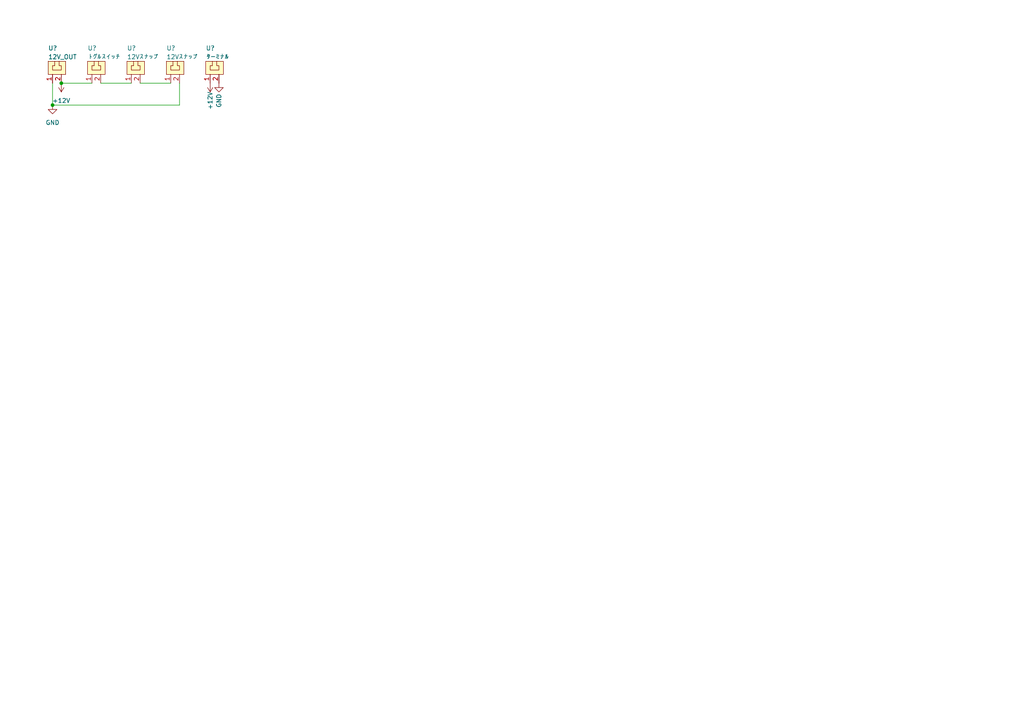
<source format=kicad_sch>
(kicad_sch (version 20211123) (generator eeschema)
  (paper "A4")
  (lib_symbols
    (symbol "power:+12V" (power) (pin_names (offset 0))
      (property "Value" "+12V" (at 0 3.556 0))
      (symbol "+12V_0_1"
        (polyline (pts (xy -0.762 1.27) (xy 0 2.54)))
        (polyline (pts (xy 0 0) (xy 0 2.54)))
        (polyline (pts (xy 0 2.54) (xy 0.762 1.27)))
      )
      (symbol "+12V_1_1"
        (pin power_in line (at 0 0 90) (length 0) hide (name "+12V") (number "1"))
      )
    )
    (symbol "power:GND" (power) (pin_names (offset 0))
      (property "Value" "GND" (at 0 -3.81 0))
      (symbol "GND_0_1"
        (polyline (pts (xy 0 0) (xy 0 -1.27) (xy 1.27 -1.27) (xy 0 -2.54) (xy -1.27 -1.27) (xy 0 -1.27)))
      )
      (symbol "GND_1_1"
        (pin power_in line (at 0 0 270) (length 0) hide (name "GND") (number "1"))
      )
    )
    (symbol "自分のシンボルエディター:コネクター2ピン"
      (property "Reference" "U" (at 6.35 0 0))
      (property "Value" "コネクター2ピン" (at 0 0 0))
      (symbol "コネクター2ピン_0_1"
        (rectangle (start -2.54 -1.27) (end 2.54 -5.08) (fill (type background)))
        (polyline (pts (xy -0.635 -2.54) (xy -1.27 -2.54)))
        (polyline (pts (xy -0.635 -2.54) (xy -0.635 -1.27)))
        (polyline (pts (xy -1.27 -2.54) (xy -1.27 -3.81) (xy 1.27 -3.81) (xy 1.27 -2.54) (xy 0.635 -2.54) (xy 0.635 -1.27)))
      )
      (symbol "コネクター2ピン_1_1"
        (pin input line (at -1.27 -7.62 90) (length 2.54) (name "") (number "1"))
        (pin input line (at 1.27 -7.62 90) (length 2.54) (name "") (number "2"))
      )
    )
  )
  (junction (at 15.24 30.48))
  (junction (at 17.78 24.13))
  (wire (pts (xy 52.07 24.13) (xy 52.07 30.48)))
  (wire (pts (xy 29.21 24.13) (xy 38.1 24.13)))
  (wire (pts (xy 40.64 24.13) (xy 49.53 24.13)))
  (wire (pts (xy 52.07 30.48) (xy 15.24 30.48)))
  (wire (pts (xy 15.24 30.48) (xy 15.24 24.13)))
  (wire (pts (xy 17.78 24.13) (xy 26.67 24.13)))
  (symbol (lib_id "自分のシンボルエディター:コネクター2ピン") (at 27.94 16.51 0) (unit 1)
    (property "Reference" "U?" (at 25.4 13.97 0) (effects (justify left)))
    (property "Value" "トグルスイッチ" (at 25.4 16.51 0) (effects (justify left)))
    (property "Footprint" "自分のフットプリント:コネクター2ピン" (effects hide))
  )
  (symbol (lib_id "power:+12V") (at 60.96 24.13 180) (unit 1)
    (property "Reference" "#PWR?" (effects hide))
    (property "Value" "+12V" (at 60.96 29.21 90))
  )
  (symbol (lib_id "自分のシンボルエディター:コネクター2ピン") (at 16.51 16.51 0) (unit 1)
    (property "Reference" "U?" (at 13.97 13.97 0) (effects (justify left)))
    (property "Value" "12V_OUT" (at 13.97 16.51 0) (effects (justify left)))
    (property "Footprint" "自分のフットプリント:コネクター2ピン" (effects hide))
  )
  (symbol (lib_id "自分のシンボルエディター:コネクター2ピン") (at 39.37 16.51 0) (unit 1)
    (property "Reference" "U?" (at 36.83 13.97 0) (effects (justify left)))
    (property "Value" "12Vスナップ" (at 36.83 16.51 0) (effects (justify left)))
    (property "Footprint" "自分のフットプリント:コネクター2ピン" (effects hide))
  )
  (symbol (lib_id "自分のシンボルエディター:コネクター2ピン") (at 50.8 16.51 0) (unit 1)
    (property "Reference" "U?" (at 48.26 13.97 0) (effects (justify left)))
    (property "Value" "12Vスナップ" (at 48.26 16.51 0) (effects (justify left)))
    (property "Footprint" "自分のフットプリント:コネクター2ピン" (effects hide))
  )
  (symbol (lib_id "power:GND") (at 63.5 24.13 0) (unit 1)
    (property "Reference" "#PWR?" (effects hide))
    (property "Value" "GND" (at 63.5 29.21 90))
  )
  (symbol (lib_id "power:+12V") (at 17.78 24.13 180) (unit 1)
    (property "Reference" "#PWR?" (effects hide))
    (property "Value" "+12V" (at 17.78 29.21 0))
  )
  (symbol (lib_id "power:GND") (at 15.24 30.48 0) (unit 1)
    (property "Reference" "#PWR?" (effects hide))
    (property "Value" "GND" (at 15.24 35.56 0))
  )
  (symbol (lib_id "自分のシンボルエディター:コネクター2ピン") (at 62.23 16.51 0) (unit 1)
    (property "Reference" "U?" (at 59.69 13.97 0) (effects (justify left)))
    (property "Value" "ターミナル" (at 59.69 16.51 0) (effects (justify left)))
    (property "Footprint" "自分のフットプリント:コネクター2ピン" (effects hide))
  )
)
</source>
